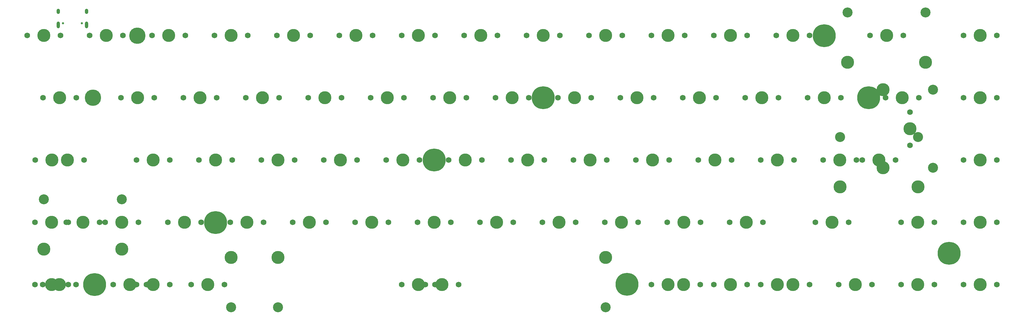
<source format=gbr>
G04 #@! TF.GenerationSoftware,KiCad,Pcbnew,(5.1.9-0-10_14)*
G04 #@! TF.CreationDate,2021-04-10T11:07:08+01:00*
G04 #@! TF.ProjectId,Draytronics-Elise-PCB V1,44726179-7472-46f6-9e69-63732d456c69,rev?*
G04 #@! TF.SameCoordinates,Original*
G04 #@! TF.FileFunction,Soldermask,Top*
G04 #@! TF.FilePolarity,Negative*
%FSLAX46Y46*%
G04 Gerber Fmt 4.6, Leading zero omitted, Abs format (unit mm)*
G04 Created by KiCad (PCBNEW (5.1.9-0-10_14)) date 2021-04-10 11:07:08*
%MOMM*%
%LPD*%
G01*
G04 APERTURE LIST*
%ADD10C,3.987800*%
%ADD11C,1.750000*%
%ADD12C,7.000240*%
%ADD13C,1.000000*%
%ADD14C,5.000000*%
%ADD15C,0.650000*%
%ADD16O,1.000000X2.100000*%
%ADD17O,1.000000X1.600000*%
%ADD18C,3.048000*%
G04 APERTURE END LIST*
D10*
G04 #@! TO.C,MX73*
X319587880Y-111053880D03*
D11*
X314507880Y-111053880D03*
X324667880Y-111053880D03*
G04 #@! TD*
G04 #@! TO.C,MX1*
X38933120Y-34864040D03*
X28773120Y-34864040D03*
D10*
X33853120Y-34864040D03*
G04 #@! TD*
G04 #@! TO.C,MX64*
X36245800Y-111048800D03*
D11*
X31165800Y-111048800D03*
X41325800Y-111048800D03*
G04 #@! TD*
D10*
G04 #@! TO.C,MX74*
X38608000Y-111048800D03*
D11*
X33528000Y-111048800D03*
X43688000Y-111048800D03*
G04 #@! TD*
D12*
G04 #@! TO.C,REF\u002A\u002A*
X86243160Y-92059760D03*
D13*
X86243160Y-89759760D03*
X87443160Y-89759760D03*
X85043160Y-89759760D03*
X86243160Y-94359760D03*
X85043160Y-94359760D03*
X87443160Y-94359760D03*
G04 #@! TD*
G04 #@! TO.C,REF\u002A\u002A*
X212975040Y-113247200D03*
X210575040Y-113247200D03*
X211775040Y-113247200D03*
X210575040Y-108647200D03*
X212975040Y-108647200D03*
X211775040Y-108647200D03*
D12*
X211775040Y-110947200D03*
G04 #@! TD*
G04 #@! TO.C,REF\u002A\u002A*
X310063080Y-101523520D03*
D13*
X310063080Y-99223520D03*
X311263080Y-99223520D03*
X308863080Y-99223520D03*
X310063080Y-103823520D03*
X308863080Y-103823520D03*
X311263080Y-103823520D03*
G04 #@! TD*
G04 #@! TO.C,REF\u002A\u002A*
X286716320Y-56178480D03*
X284316320Y-56178480D03*
X285516320Y-56178480D03*
X284316320Y-51578480D03*
X286716320Y-51578480D03*
X285516320Y-51578480D03*
D12*
X285516320Y-53878480D03*
G04 #@! TD*
G04 #@! TO.C,REF\u002A\u002A*
X272039080Y-34904680D03*
D13*
X272039080Y-32604680D03*
X273239080Y-32604680D03*
X270839080Y-32604680D03*
X272039080Y-37204680D03*
X270839080Y-37204680D03*
X273239080Y-37204680D03*
G04 #@! TD*
G04 #@! TO.C,REF\u002A\u002A*
X187473440Y-56214040D03*
X185073440Y-56214040D03*
X186273440Y-56214040D03*
X185073440Y-51614040D03*
X187473440Y-51614040D03*
X186273440Y-51614040D03*
D12*
X186273440Y-53914040D03*
G04 #@! TD*
G04 #@! TO.C,REF\u002A\u002A*
X152948640Y-72964040D03*
D13*
X152948640Y-70664040D03*
X154148640Y-70664040D03*
X151748640Y-70664040D03*
X152948640Y-75264040D03*
X151748640Y-75264040D03*
X154148640Y-75264040D03*
G04 #@! TD*
G04 #@! TO.C,REF\u002A\u002A*
X50516640Y-113338640D03*
X48116640Y-113338640D03*
X49316640Y-113338640D03*
X48116640Y-108738640D03*
X50516640Y-108738640D03*
X49316640Y-108738640D03*
D12*
X49316640Y-111038640D03*
G04 #@! TD*
D14*
G04 #@! TO.C,REF\u002A\u002A*
X48818800Y-53924200D03*
G04 #@! TD*
G04 #@! TO.C,REF\u002A\u002A*
X62331600Y-34950400D03*
G04 #@! TD*
D15*
G04 #@! TO.C,USB1*
X45434800Y-31100600D03*
X39654800Y-31100600D03*
D16*
X38224800Y-31630600D03*
X46864800Y-31630600D03*
D17*
X38224800Y-27450600D03*
X46864800Y-27450600D03*
G04 #@! TD*
D10*
G04 #@! TO.C,MX78*
X257683000Y-111048800D03*
D11*
X252603000Y-111048800D03*
X262763000Y-111048800D03*
G04 #@! TD*
D10*
G04 #@! TO.C,MX77*
X229108000Y-111048800D03*
D11*
X224028000Y-111048800D03*
X234188000Y-111048800D03*
G04 #@! TD*
D10*
G04 #@! TO.C,MX76*
X148132800Y-111048800D03*
D11*
X143052800Y-111048800D03*
X153212800Y-111048800D03*
D18*
X90982800Y-118033800D03*
X205282800Y-118033800D03*
D10*
X90982800Y-102793800D03*
X205282800Y-102793800D03*
G04 #@! TD*
G04 #@! TO.C,MX75*
X67183000Y-111048800D03*
D11*
X62103000Y-111048800D03*
X72263000Y-111048800D03*
G04 #@! TD*
D10*
G04 #@! TO.C,MX67*
X155295600Y-111048800D03*
D11*
X150215600Y-111048800D03*
X160375600Y-111048800D03*
D18*
X105295700Y-118033800D03*
X205295500Y-118033800D03*
D10*
X105295700Y-102793800D03*
X205295500Y-102793800D03*
G04 #@! TD*
G04 #@! TO.C,MX66*
X83870800Y-111048800D03*
D11*
X78790800Y-111048800D03*
X88950800Y-111048800D03*
G04 #@! TD*
D10*
G04 #@! TO.C,MX65*
X60045600Y-111048800D03*
D11*
X54965600Y-111048800D03*
X65125600Y-111048800D03*
G04 #@! TD*
D10*
G04 #@! TO.C,MX61*
X274370800Y-91998800D03*
D11*
X269290800Y-91998800D03*
X279450800Y-91998800D03*
G04 #@! TD*
D10*
G04 #@! TO.C,MX49*
X45745400Y-91998800D03*
D11*
X40665400Y-91998800D03*
X50825400Y-91998800D03*
D18*
X33839150Y-85013800D03*
X57651650Y-85013800D03*
D10*
X33839150Y-100253800D03*
X57651650Y-100253800D03*
G04 #@! TD*
G04 #@! TO.C,MX48*
X36220400Y-91998800D03*
D11*
X31140400Y-91998800D03*
X41300400Y-91998800D03*
G04 #@! TD*
D10*
G04 #@! TO.C,MX45*
X288696400Y-72948800D03*
D11*
X283616400Y-72948800D03*
X293776400Y-72948800D03*
D18*
X276790150Y-65963800D03*
X300602650Y-65963800D03*
D10*
X276790150Y-81203800D03*
X300602650Y-81203800D03*
G04 #@! TD*
G04 #@! TO.C,MX31*
X289941000Y-51485800D03*
X289941000Y-75361800D03*
D18*
X305181000Y-51485800D03*
X305181000Y-75361800D03*
D11*
X298196000Y-68503800D03*
X298196000Y-58343800D03*
D10*
X298196000Y-63423800D03*
G04 #@! TD*
G04 #@! TO.C,MX14*
X291033200Y-34848800D03*
D11*
X285953200Y-34848800D03*
X296113200Y-34848800D03*
D18*
X279126950Y-27863800D03*
X302939450Y-27863800D03*
D10*
X279126950Y-43103800D03*
X302939450Y-43103800D03*
G04 #@! TD*
G04 #@! TO.C,MX72*
X300532800Y-111048800D03*
D11*
X295452800Y-111048800D03*
X305612800Y-111048800D03*
G04 #@! TD*
D10*
G04 #@! TO.C,MX71*
X281482800Y-111048800D03*
D11*
X276402800Y-111048800D03*
X286562800Y-111048800D03*
G04 #@! TD*
D10*
G04 #@! TO.C,MX70*
X262432800Y-111048800D03*
D11*
X257352800Y-111048800D03*
X267512800Y-111048800D03*
G04 #@! TD*
D10*
G04 #@! TO.C,MX69*
X243382800Y-111048800D03*
D11*
X238302800Y-111048800D03*
X248462800Y-111048800D03*
G04 #@! TD*
D10*
G04 #@! TO.C,MX68*
X224332800Y-111048800D03*
D11*
X219252800Y-111048800D03*
X229412800Y-111048800D03*
G04 #@! TD*
D10*
G04 #@! TO.C,MX63*
X319608200Y-91998800D03*
D11*
X314528200Y-91998800D03*
X324688200Y-91998800D03*
G04 #@! TD*
D10*
G04 #@! TO.C,MX62*
X300558200Y-91998800D03*
D11*
X295478200Y-91998800D03*
X305638200Y-91998800D03*
G04 #@! TD*
D10*
G04 #@! TO.C,MX60*
X248183400Y-91998800D03*
D11*
X243103400Y-91998800D03*
X253263400Y-91998800D03*
G04 #@! TD*
D10*
G04 #@! TO.C,MX59*
X229133400Y-91998800D03*
D11*
X224053400Y-91998800D03*
X234213400Y-91998800D03*
G04 #@! TD*
D10*
G04 #@! TO.C,MX58*
X210083400Y-91998800D03*
D11*
X205003400Y-91998800D03*
X215163400Y-91998800D03*
G04 #@! TD*
D10*
G04 #@! TO.C,MX57*
X191033400Y-91998800D03*
D11*
X185953400Y-91998800D03*
X196113400Y-91998800D03*
G04 #@! TD*
D10*
G04 #@! TO.C,MX56*
X171983400Y-91998800D03*
D11*
X166903400Y-91998800D03*
X177063400Y-91998800D03*
G04 #@! TD*
D10*
G04 #@! TO.C,MX55*
X152933400Y-91998800D03*
D11*
X147853400Y-91998800D03*
X158013400Y-91998800D03*
G04 #@! TD*
D10*
G04 #@! TO.C,MX54*
X133883400Y-91998800D03*
D11*
X128803400Y-91998800D03*
X138963400Y-91998800D03*
G04 #@! TD*
D10*
G04 #@! TO.C,MX53*
X114833400Y-91998800D03*
D11*
X109753400Y-91998800D03*
X119913400Y-91998800D03*
G04 #@! TD*
D10*
G04 #@! TO.C,MX52*
X95783400Y-91998800D03*
D11*
X90703400Y-91998800D03*
X100863400Y-91998800D03*
G04 #@! TD*
D10*
G04 #@! TO.C,MX51*
X76733400Y-91998800D03*
D11*
X71653400Y-91998800D03*
X81813400Y-91998800D03*
G04 #@! TD*
D10*
G04 #@! TO.C,MX50*
X57658000Y-91998800D03*
D11*
X52578000Y-91998800D03*
X62738000Y-91998800D03*
G04 #@! TD*
D10*
G04 #@! TO.C,MX47*
X319608200Y-72948800D03*
D11*
X314528200Y-72948800D03*
X324688200Y-72948800D03*
G04 #@! TD*
D10*
G04 #@! TO.C,MX46*
X276783800Y-72948800D03*
D11*
X271703800Y-72948800D03*
X281863800Y-72948800D03*
G04 #@! TD*
D10*
G04 #@! TO.C,MX44*
X257733800Y-72948800D03*
D11*
X252653800Y-72948800D03*
X262813800Y-72948800D03*
G04 #@! TD*
D10*
G04 #@! TO.C,MX43*
X238683800Y-72948800D03*
D11*
X233603800Y-72948800D03*
X243763800Y-72948800D03*
G04 #@! TD*
D10*
G04 #@! TO.C,MX42*
X219633800Y-72948800D03*
D11*
X214553800Y-72948800D03*
X224713800Y-72948800D03*
G04 #@! TD*
D10*
G04 #@! TO.C,MX41*
X200583800Y-72948800D03*
D11*
X195503800Y-72948800D03*
X205663800Y-72948800D03*
G04 #@! TD*
D10*
G04 #@! TO.C,MX40*
X181533800Y-72948800D03*
D11*
X176453800Y-72948800D03*
X186613800Y-72948800D03*
G04 #@! TD*
D10*
G04 #@! TO.C,MX39*
X162483800Y-72948800D03*
D11*
X157403800Y-72948800D03*
X167563800Y-72948800D03*
G04 #@! TD*
D10*
G04 #@! TO.C,MX38*
X143433800Y-72948800D03*
D11*
X138353800Y-72948800D03*
X148513800Y-72948800D03*
G04 #@! TD*
D10*
G04 #@! TO.C,MX37*
X124358400Y-72948800D03*
D11*
X119278400Y-72948800D03*
X129438400Y-72948800D03*
G04 #@! TD*
D10*
G04 #@! TO.C,MX36*
X105308400Y-72948800D03*
D11*
X100228400Y-72948800D03*
X110388400Y-72948800D03*
G04 #@! TD*
D10*
G04 #@! TO.C,MX35*
X86258400Y-72948800D03*
D11*
X81178400Y-72948800D03*
X91338400Y-72948800D03*
G04 #@! TD*
D10*
G04 #@! TO.C,MX34*
X67208400Y-72948800D03*
D11*
X62128400Y-72948800D03*
X72288400Y-72948800D03*
G04 #@! TD*
D10*
G04 #@! TO.C,MX33*
X41021000Y-72948800D03*
D11*
X35941000Y-72948800D03*
X46101000Y-72948800D03*
G04 #@! TD*
D10*
G04 #@! TO.C,MX32*
X36271200Y-72923400D03*
D11*
X31191200Y-72923400D03*
X41351200Y-72923400D03*
G04 #@! TD*
D10*
G04 #@! TO.C,MX30*
X319608200Y-53898800D03*
D11*
X314528200Y-53898800D03*
X324688200Y-53898800D03*
G04 #@! TD*
D10*
G04 #@! TO.C,MX29*
X295783000Y-53898800D03*
D11*
X290703000Y-53898800D03*
X300863000Y-53898800D03*
G04 #@! TD*
D10*
G04 #@! TO.C,MX28*
X272008600Y-53898800D03*
D11*
X266928600Y-53898800D03*
X277088600Y-53898800D03*
G04 #@! TD*
D10*
G04 #@! TO.C,MX27*
X252984000Y-53898800D03*
D11*
X247904000Y-53898800D03*
X258064000Y-53898800D03*
G04 #@! TD*
D10*
G04 #@! TO.C,MX26*
X233908600Y-53898800D03*
D11*
X228828600Y-53898800D03*
X238988600Y-53898800D03*
G04 #@! TD*
D10*
G04 #@! TO.C,MX25*
X214833200Y-53898800D03*
D11*
X209753200Y-53898800D03*
X219913200Y-53898800D03*
G04 #@! TD*
D10*
G04 #@! TO.C,MX24*
X195783200Y-53898800D03*
D11*
X190703200Y-53898800D03*
X200863200Y-53898800D03*
G04 #@! TD*
D10*
G04 #@! TO.C,MX23*
X176733200Y-53898800D03*
D11*
X171653200Y-53898800D03*
X181813200Y-53898800D03*
G04 #@! TD*
D10*
G04 #@! TO.C,MX22*
X157683200Y-53898800D03*
D11*
X152603200Y-53898800D03*
X162763200Y-53898800D03*
G04 #@! TD*
D10*
G04 #@! TO.C,MX21*
X138633200Y-53898800D03*
D11*
X133553200Y-53898800D03*
X143713200Y-53898800D03*
G04 #@! TD*
D10*
G04 #@! TO.C,MX20*
X119583200Y-53898800D03*
D11*
X114503200Y-53898800D03*
X124663200Y-53898800D03*
G04 #@! TD*
D10*
G04 #@! TO.C,MX19*
X100533200Y-53898800D03*
D11*
X95453200Y-53898800D03*
X105613200Y-53898800D03*
G04 #@! TD*
D10*
G04 #@! TO.C,MX18*
X81483200Y-53898800D03*
D11*
X76403200Y-53898800D03*
X86563200Y-53898800D03*
G04 #@! TD*
D10*
G04 #@! TO.C,MX17*
X62458600Y-53898800D03*
D11*
X57378600Y-53898800D03*
X67538600Y-53898800D03*
G04 #@! TD*
D10*
G04 #@! TO.C,MX16*
X38633400Y-53898800D03*
D11*
X33553400Y-53898800D03*
X43713400Y-53898800D03*
G04 #@! TD*
D10*
G04 #@! TO.C,MX15*
X319608200Y-34848800D03*
D11*
X314528200Y-34848800D03*
X324688200Y-34848800D03*
G04 #@! TD*
D10*
G04 #@! TO.C,MX13*
X262458200Y-34848800D03*
D11*
X257378200Y-34848800D03*
X267538200Y-34848800D03*
G04 #@! TD*
D10*
G04 #@! TO.C,MX12*
X243408200Y-34848800D03*
D11*
X238328200Y-34848800D03*
X248488200Y-34848800D03*
G04 #@! TD*
D10*
G04 #@! TO.C,MX11*
X224358200Y-34848800D03*
D11*
X219278200Y-34848800D03*
X229438200Y-34848800D03*
G04 #@! TD*
D10*
G04 #@! TO.C,MX10*
X205308200Y-34848800D03*
D11*
X200228200Y-34848800D03*
X210388200Y-34848800D03*
G04 #@! TD*
D10*
G04 #@! TO.C,MX9*
X186258200Y-34848800D03*
D11*
X181178200Y-34848800D03*
X191338200Y-34848800D03*
G04 #@! TD*
D10*
G04 #@! TO.C,MX8*
X167208200Y-34848800D03*
D11*
X162128200Y-34848800D03*
X172288200Y-34848800D03*
G04 #@! TD*
D10*
G04 #@! TO.C,MX7*
X148158200Y-34848800D03*
D11*
X143078200Y-34848800D03*
X153238200Y-34848800D03*
G04 #@! TD*
D10*
G04 #@! TO.C,MX6*
X129108200Y-34848800D03*
D11*
X124028200Y-34848800D03*
X134188200Y-34848800D03*
G04 #@! TD*
D10*
G04 #@! TO.C,MX5*
X110058200Y-34848800D03*
D11*
X104978200Y-34848800D03*
X115138200Y-34848800D03*
G04 #@! TD*
D10*
G04 #@! TO.C,MX4*
X91008200Y-34848800D03*
D11*
X85928200Y-34848800D03*
X96088200Y-34848800D03*
G04 #@! TD*
D10*
G04 #@! TO.C,MX3*
X71958200Y-34848800D03*
D11*
X66878200Y-34848800D03*
X77038200Y-34848800D03*
G04 #@! TD*
D10*
G04 #@! TO.C,MX2*
X52908200Y-34848800D03*
D11*
X47828200Y-34848800D03*
X57988200Y-34848800D03*
G04 #@! TD*
M02*

</source>
